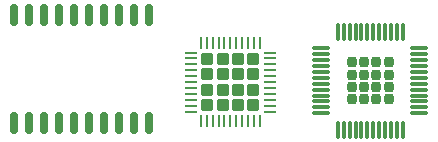
<source format=gbr>
%TF.GenerationSoftware,KiCad,Pcbnew,8.0.0*%
%TF.CreationDate,2024-04-12T00:00:07-04:00*%
%TF.ProjectId,Business card PCB,42757369-6e65-4737-9320-636172642050,rev?*%
%TF.SameCoordinates,Original*%
%TF.FileFunction,Paste,Bot*%
%TF.FilePolarity,Positive*%
%FSLAX46Y46*%
G04 Gerber Fmt 4.6, Leading zero omitted, Abs format (unit mm)*
G04 Created by KiCad (PCBNEW 8.0.0) date 2024-04-12 00:00:07*
%MOMM*%
%LPD*%
G01*
G04 APERTURE LIST*
G04 Aperture macros list*
%AMRoundRect*
0 Rectangle with rounded corners*
0 $1 Rounding radius*
0 $2 $3 $4 $5 $6 $7 $8 $9 X,Y pos of 4 corners*
0 Add a 4 corners polygon primitive as box body*
4,1,4,$2,$3,$4,$5,$6,$7,$8,$9,$2,$3,0*
0 Add four circle primitives for the rounded corners*
1,1,$1+$1,$2,$3*
1,1,$1+$1,$4,$5*
1,1,$1+$1,$6,$7*
1,1,$1+$1,$8,$9*
0 Add four rect primitives between the rounded corners*
20,1,$1+$1,$2,$3,$4,$5,0*
20,1,$1+$1,$4,$5,$6,$7,0*
20,1,$1+$1,$6,$7,$8,$9,0*
20,1,$1+$1,$8,$9,$2,$3,0*%
G04 Aperture macros list end*
%ADD10RoundRect,0.150000X-0.150000X0.800000X-0.150000X-0.800000X0.150000X-0.800000X0.150000X0.800000X0*%
%ADD11RoundRect,0.250000X0.275000X0.275000X-0.275000X0.275000X-0.275000X-0.275000X0.275000X-0.275000X0*%
%ADD12RoundRect,0.062500X0.475000X0.062500X-0.475000X0.062500X-0.475000X-0.062500X0.475000X-0.062500X0*%
%ADD13RoundRect,0.062500X0.062500X0.475000X-0.062500X0.475000X-0.062500X-0.475000X0.062500X-0.475000X0*%
%ADD14RoundRect,0.207500X0.207500X0.207500X-0.207500X0.207500X-0.207500X-0.207500X0.207500X-0.207500X0*%
%ADD15RoundRect,0.075000X0.662500X0.075000X-0.662500X0.075000X-0.662500X-0.075000X0.662500X-0.075000X0*%
%ADD16RoundRect,0.075000X0.075000X0.662500X-0.075000X0.662500X-0.075000X-0.662500X0.075000X-0.662500X0*%
G04 APERTURE END LIST*
D10*
%TO.C,SOP20*%
X141035000Y-67150000D03*
X142305000Y-67150000D03*
X143575000Y-67150000D03*
X144845000Y-67150000D03*
X146115000Y-67150000D03*
X147385000Y-67150000D03*
X148655000Y-67150000D03*
X149925000Y-67150000D03*
X151195000Y-67150000D03*
X152465000Y-67150000D03*
X152465000Y-76350000D03*
X151195000Y-76350000D03*
X149925000Y-76350000D03*
X148655000Y-76350000D03*
X147385000Y-76350000D03*
X146115000Y-76350000D03*
X144845000Y-76350000D03*
X143575000Y-76350000D03*
X142305000Y-76350000D03*
X141035000Y-76350000D03*
%TD*%
D11*
%TO.C,QFN44*%
X161300000Y-70897000D03*
X161300000Y-72197000D03*
X161300000Y-73497000D03*
X161300000Y-74797000D03*
X160000000Y-70897000D03*
X160000000Y-72197000D03*
X160000000Y-73497000D03*
X160000000Y-74797000D03*
X158700000Y-70897000D03*
X158700000Y-72197000D03*
X158700000Y-73497000D03*
X158700000Y-74797000D03*
X157400000Y-70897000D03*
X157400000Y-72197000D03*
X157400000Y-73497000D03*
X157400000Y-74797000D03*
D12*
X162687500Y-70347000D03*
X162687500Y-70847000D03*
X162687500Y-71347000D03*
X162687500Y-71847000D03*
X162687500Y-72347000D03*
X162687500Y-72847000D03*
X162687500Y-73347000D03*
X162687500Y-73847000D03*
X162687500Y-74347000D03*
X162687500Y-74847000D03*
X162687500Y-75347000D03*
D13*
X161850000Y-76184500D03*
X161350000Y-76184500D03*
X160850000Y-76184500D03*
X160350000Y-76184500D03*
X159850000Y-76184500D03*
X159350000Y-76184500D03*
X158850000Y-76184500D03*
X158350000Y-76184500D03*
X157850000Y-76184500D03*
X157350000Y-76184500D03*
X156850000Y-76184500D03*
D12*
X156012500Y-75347000D03*
X156012500Y-74847000D03*
X156012500Y-74347000D03*
X156012500Y-73847000D03*
X156012500Y-73347000D03*
X156012500Y-72847000D03*
X156012500Y-72347000D03*
X156012500Y-71847000D03*
X156012500Y-71347000D03*
X156012500Y-70847000D03*
X156012500Y-70347000D03*
D13*
X156850000Y-69509500D03*
X157350000Y-69509500D03*
X157850000Y-69509500D03*
X158350000Y-69509500D03*
X158850000Y-69509500D03*
X159350000Y-69509500D03*
X159850000Y-69509500D03*
X160350000Y-69509500D03*
X160850000Y-69509500D03*
X161350000Y-69509500D03*
X161850000Y-69509500D03*
%TD*%
D14*
%TO.C,TQFP48*%
X172750000Y-71190000D03*
X172750000Y-72220000D03*
X172750000Y-73250000D03*
X172750000Y-74280000D03*
X171720000Y-71190000D03*
X171720000Y-72220000D03*
X171720000Y-73250000D03*
X171720000Y-74280000D03*
X170690000Y-71190000D03*
X170690000Y-72220000D03*
X170690000Y-73250000D03*
X170690000Y-74280000D03*
X169660000Y-71190000D03*
X169660000Y-72220000D03*
X169660000Y-73250000D03*
X169660000Y-74280000D03*
D15*
X175367500Y-69985000D03*
X175367500Y-70485000D03*
X175367500Y-70985000D03*
X175367500Y-71485000D03*
X175367500Y-71985000D03*
X175367500Y-72485000D03*
X175367500Y-72985000D03*
X175367500Y-73485000D03*
X175367500Y-73985000D03*
X175367500Y-74485000D03*
X175367500Y-74985000D03*
X175367500Y-75485000D03*
D16*
X173955000Y-76897500D03*
X173455000Y-76897500D03*
X172955000Y-76897500D03*
X172455000Y-76897500D03*
X171955000Y-76897500D03*
X171455000Y-76897500D03*
X170955000Y-76897500D03*
X170455000Y-76897500D03*
X169955000Y-76897500D03*
X169455000Y-76897500D03*
X168955000Y-76897500D03*
X168455000Y-76897500D03*
D15*
X167042500Y-75485000D03*
X167042500Y-74985000D03*
X167042500Y-74485000D03*
X167042500Y-73985000D03*
X167042500Y-73485000D03*
X167042500Y-72985000D03*
X167042500Y-72485000D03*
X167042500Y-71985000D03*
X167042500Y-71485000D03*
X167042500Y-70985000D03*
X167042500Y-70485000D03*
X167042500Y-69985000D03*
D16*
X168455000Y-68572500D03*
X168955000Y-68572500D03*
X169455000Y-68572500D03*
X169955000Y-68572500D03*
X170455000Y-68572500D03*
X170955000Y-68572500D03*
X171455000Y-68572500D03*
X171955000Y-68572500D03*
X172455000Y-68572500D03*
X172955000Y-68572500D03*
X173455000Y-68572500D03*
X173955000Y-68572500D03*
%TD*%
M02*

</source>
